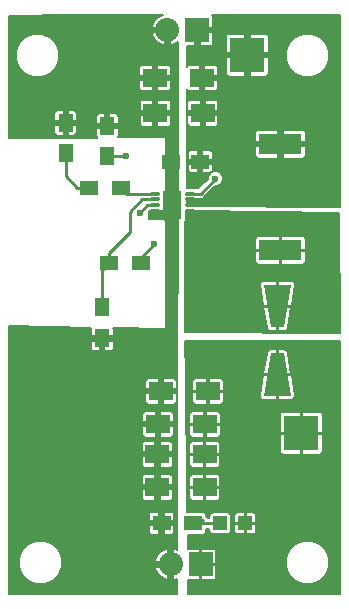
<source format=gtl>
G04 #@! TF.FileFunction,Copper,L1,Top,Signal*
%FSLAX46Y46*%
G04 Gerber Fmt 4.6, Leading zero omitted, Abs format (unit mm)*
G04 Created by KiCad (PCBNEW 0.201509151501+6198~30~ubuntu14.04.1-product) date Sun 08 Nov 2015 02:29:05 PM EST*
%MOMM*%
G01*
G04 APERTURE LIST*
%ADD10C,0.100000*%
%ADD11C,1.524000*%
%ADD12R,2.000000X1.600000*%
%ADD13R,1.500000X1.250000*%
%ADD14R,1.250000X1.500000*%
%ADD15R,3.600000X1.800000*%
%ADD16R,2.032000X2.032000*%
%ADD17O,2.032000X2.032000*%
%ADD18R,1.500000X1.300000*%
%ADD19R,1.300000X1.500000*%
%ADD20R,2.999740X2.999740*%
%ADD21C,0.400000*%
%ADD22O,0.850000X0.280000*%
%ADD23R,1.650000X2.400000*%
%ADD24R,0.280000X0.700000*%
%ADD25R,1.198880X1.198880*%
%ADD26C,0.600000*%
%ADD27C,0.250000*%
%ADD28C,0.152400*%
G04 APERTURE END LIST*
D10*
D11*
X106934000Y-93980000D03*
X106934000Y-96520000D03*
X106934000Y-99060000D03*
X106934000Y-88900000D03*
X106934000Y-91440000D03*
X106934000Y-86360000D03*
X114808000Y-104140000D03*
X112268000Y-104140000D03*
X114808000Y-101600000D03*
X112268000Y-101600000D03*
X114808000Y-99060000D03*
X112268000Y-99060000D03*
X109728000Y-99060000D03*
X114808000Y-96520000D03*
X112268000Y-96520000D03*
X109728000Y-96520000D03*
X114808000Y-93980000D03*
X112268000Y-93980000D03*
X109728000Y-93980000D03*
X114808000Y-91440000D03*
X112268000Y-91440000D03*
X109728000Y-91440000D03*
X114808000Y-88900000D03*
X112268000Y-88900000D03*
X109728000Y-88900000D03*
X114808000Y-86360000D03*
X112268000Y-86360000D03*
X109728000Y-86360000D03*
X113792000Y-61468000D03*
X111760000Y-61468000D03*
X113792000Y-59436000D03*
X111760000Y-59436000D03*
X113792000Y-57404000D03*
X111760000Y-57404000D03*
D12*
X121893080Y-61605160D03*
X117893080Y-61605160D03*
X121937280Y-64582040D03*
X117937280Y-64582040D03*
D13*
X121747600Y-68686680D03*
X119247600Y-68686680D03*
D14*
X113863120Y-68184400D03*
X113863120Y-65684400D03*
X110342680Y-67915160D03*
X110342680Y-65415160D03*
D12*
X122396000Y-88138000D03*
X118396000Y-88138000D03*
X122142000Y-90932000D03*
X118142000Y-90932000D03*
X122110000Y-93472000D03*
X118110000Y-93472000D03*
X122110000Y-96266000D03*
X118110000Y-96266000D03*
D10*
G36*
X129419350Y-88521540D02*
X127120650Y-88521540D01*
X127720090Y-84919820D01*
X128819910Y-84919820D01*
X129419350Y-88521540D01*
X129419350Y-88521540D01*
G37*
G36*
X127120650Y-79118460D02*
X129419350Y-79118460D01*
X128819910Y-82720180D01*
X127720090Y-82720180D01*
X127120650Y-79118460D01*
X127120650Y-79118460D01*
G37*
D15*
X128524000Y-67200000D03*
X128524000Y-76200000D03*
D16*
X121498360Y-57561480D03*
D17*
X118958360Y-57561480D03*
D16*
X121762520Y-102788720D03*
D17*
X119222520Y-102788720D03*
D18*
X115023880Y-70891400D03*
X112323880Y-70891400D03*
X116737120Y-77282040D03*
X114037120Y-77282040D03*
D19*
X113441480Y-80956160D03*
X113441480Y-83656160D03*
D20*
X125730000Y-59690000D03*
X130302000Y-91694000D03*
D21*
X119880000Y-71640000D03*
X118880000Y-73140000D03*
X119880000Y-73140000D03*
X119380000Y-72390000D03*
X118880000Y-71640000D03*
D22*
X117905000Y-71390000D03*
X117905000Y-71890000D03*
X117905000Y-72390000D03*
X117905000Y-72890000D03*
X117905000Y-73390000D03*
X120855000Y-73390000D03*
X120855000Y-72890000D03*
X120855000Y-72390000D03*
X120855000Y-71890000D03*
X120855000Y-71390000D03*
D23*
X119380000Y-72390000D03*
D24*
X119630000Y-70840000D03*
X119130000Y-70840000D03*
X119630000Y-73940000D03*
X119130000Y-73940000D03*
D25*
X125542040Y-99314000D03*
X123444000Y-99314000D03*
D18*
X121158000Y-99314000D03*
X118458000Y-99314000D03*
D26*
X115422680Y-68244720D03*
X123012200Y-70134480D03*
X122224800Y-71963280D03*
X116621560Y-73009760D03*
X122428000Y-86360000D03*
X117856000Y-75692000D03*
D27*
X115422680Y-68244720D02*
X113923440Y-68244720D01*
X113923440Y-68244720D02*
X113863120Y-68184400D01*
X120855000Y-71390000D02*
X121756680Y-71390000D01*
X121756680Y-71390000D02*
X123012200Y-70134480D01*
X110342680Y-69184520D02*
X110342680Y-68719306D01*
X110342680Y-68719306D02*
X110342680Y-67915160D01*
X112323880Y-70891400D02*
X111323880Y-70891400D01*
X111323880Y-70891400D02*
X110342680Y-69910200D01*
X110342680Y-69910200D02*
X110342680Y-68719306D01*
X117905000Y-71390000D02*
X115522480Y-71390000D01*
X115522480Y-71390000D02*
X115023880Y-70891400D01*
X117905000Y-71390000D02*
X117620000Y-71390000D01*
X117620000Y-71390000D02*
X117619240Y-71389240D01*
X114037120Y-77282040D02*
X114037120Y-76382040D01*
X114037120Y-76382040D02*
X115798600Y-74620560D01*
X115798600Y-74620560D02*
X115798600Y-72918320D01*
X115798600Y-72918320D02*
X116826920Y-71890000D01*
X116826920Y-71890000D02*
X117905000Y-71890000D01*
X113441480Y-80956160D02*
X113441480Y-77877680D01*
X113441480Y-77877680D02*
X114037120Y-77282040D01*
X122224800Y-71963280D02*
X120928280Y-71963280D01*
X120928280Y-71963280D02*
X120855000Y-71890000D01*
X117905000Y-72390000D02*
X117241320Y-72390000D01*
X117241320Y-72390000D02*
X116621560Y-73009760D01*
X116737120Y-77282040D02*
X116737120Y-76810880D01*
X116737120Y-76810880D02*
X117856000Y-75692000D01*
X121158000Y-99314000D02*
X123444000Y-99314000D01*
X122000000Y-99060000D02*
X121746000Y-99314000D01*
D28*
G36*
X118317850Y-56377402D02*
X117913479Y-56712647D01*
X117668181Y-57177119D01*
X117706488Y-57383680D01*
X118780560Y-57383680D01*
X118780560Y-57363680D01*
X119136160Y-57363680D01*
X119136160Y-57383680D01*
X119156160Y-57383680D01*
X119156160Y-57739280D01*
X119136160Y-57739280D01*
X119136160Y-58812559D01*
X119342718Y-58851644D01*
X119598870Y-58745558D01*
X119809463Y-58570965D01*
X119760605Y-101562222D01*
X119606878Y-101498556D01*
X119400320Y-101537641D01*
X119400320Y-102610920D01*
X119420320Y-102610920D01*
X119420320Y-102966520D01*
X119400320Y-102966520D01*
X119400320Y-104039799D01*
X119606878Y-104078884D01*
X119757816Y-104016373D01*
X119756404Y-105258800D01*
X105561200Y-105258800D01*
X105561200Y-102978452D01*
X106373483Y-102978452D01*
X106651527Y-103651371D01*
X107165921Y-104166664D01*
X107838354Y-104445882D01*
X108566452Y-104446517D01*
X109239371Y-104168473D01*
X109754664Y-103654079D01*
X109954391Y-103173081D01*
X117932341Y-103173081D01*
X118177639Y-103637553D01*
X118582010Y-103972798D01*
X118838162Y-104078884D01*
X119044720Y-104039799D01*
X119044720Y-102966520D01*
X117970648Y-102966520D01*
X117932341Y-103173081D01*
X109954391Y-103173081D01*
X110033882Y-102981646D01*
X110034385Y-102404359D01*
X117932341Y-102404359D01*
X117970648Y-102610920D01*
X119044720Y-102610920D01*
X119044720Y-101537641D01*
X118838162Y-101498556D01*
X118582010Y-101604642D01*
X118177639Y-101939887D01*
X117932341Y-102404359D01*
X110034385Y-102404359D01*
X110034517Y-102253548D01*
X109756473Y-101580629D01*
X109242079Y-101065336D01*
X108569646Y-100786118D01*
X107841548Y-100785483D01*
X107168629Y-101063527D01*
X106653336Y-101577921D01*
X106374118Y-102250354D01*
X106373483Y-102978452D01*
X105561200Y-102978452D01*
X105561200Y-99574350D01*
X117377800Y-99574350D01*
X117377800Y-100029681D01*
X117428070Y-100151043D01*
X117520957Y-100243930D01*
X117642319Y-100294200D01*
X118197650Y-100294200D01*
X118280200Y-100211650D01*
X118280200Y-99491800D01*
X118635800Y-99491800D01*
X118635800Y-100211650D01*
X118718350Y-100294200D01*
X119273681Y-100294200D01*
X119395043Y-100243930D01*
X119487930Y-100151043D01*
X119538200Y-100029681D01*
X119538200Y-99574350D01*
X119455650Y-99491800D01*
X118635800Y-99491800D01*
X118280200Y-99491800D01*
X117460350Y-99491800D01*
X117377800Y-99574350D01*
X105561200Y-99574350D01*
X105561200Y-98598319D01*
X117377800Y-98598319D01*
X117377800Y-99053650D01*
X117460350Y-99136200D01*
X118280200Y-99136200D01*
X118280200Y-98416350D01*
X118635800Y-98416350D01*
X118635800Y-99136200D01*
X119455650Y-99136200D01*
X119538200Y-99053650D01*
X119538200Y-98598319D01*
X119487930Y-98476957D01*
X119395043Y-98384070D01*
X119273681Y-98333800D01*
X118718350Y-98333800D01*
X118635800Y-98416350D01*
X118280200Y-98416350D01*
X118197650Y-98333800D01*
X117642319Y-98333800D01*
X117520957Y-98384070D01*
X117428070Y-98476957D01*
X117377800Y-98598319D01*
X105561200Y-98598319D01*
X105561200Y-96526350D01*
X116779800Y-96526350D01*
X116779800Y-97131681D01*
X116830070Y-97253043D01*
X116922957Y-97345930D01*
X117044319Y-97396200D01*
X117849650Y-97396200D01*
X117932200Y-97313650D01*
X117932200Y-96443800D01*
X118287800Y-96443800D01*
X118287800Y-97313650D01*
X118370350Y-97396200D01*
X119175681Y-97396200D01*
X119297043Y-97345930D01*
X119389930Y-97253043D01*
X119440200Y-97131681D01*
X119440200Y-96526350D01*
X119357650Y-96443800D01*
X118287800Y-96443800D01*
X117932200Y-96443800D01*
X116862350Y-96443800D01*
X116779800Y-96526350D01*
X105561200Y-96526350D01*
X105561200Y-95400319D01*
X116779800Y-95400319D01*
X116779800Y-96005650D01*
X116862350Y-96088200D01*
X117932200Y-96088200D01*
X117932200Y-95218350D01*
X118287800Y-95218350D01*
X118287800Y-96088200D01*
X119357650Y-96088200D01*
X119440200Y-96005650D01*
X119440200Y-95400319D01*
X119389930Y-95278957D01*
X119297043Y-95186070D01*
X119175681Y-95135800D01*
X118370350Y-95135800D01*
X118287800Y-95218350D01*
X117932200Y-95218350D01*
X117849650Y-95135800D01*
X117044319Y-95135800D01*
X116922957Y-95186070D01*
X116830070Y-95278957D01*
X116779800Y-95400319D01*
X105561200Y-95400319D01*
X105561200Y-93732350D01*
X116779800Y-93732350D01*
X116779800Y-94337681D01*
X116830070Y-94459043D01*
X116922957Y-94551930D01*
X117044319Y-94602200D01*
X117849650Y-94602200D01*
X117932200Y-94519650D01*
X117932200Y-93649800D01*
X118287800Y-93649800D01*
X118287800Y-94519650D01*
X118370350Y-94602200D01*
X119175681Y-94602200D01*
X119297043Y-94551930D01*
X119389930Y-94459043D01*
X119440200Y-94337681D01*
X119440200Y-93732350D01*
X119357650Y-93649800D01*
X118287800Y-93649800D01*
X117932200Y-93649800D01*
X116862350Y-93649800D01*
X116779800Y-93732350D01*
X105561200Y-93732350D01*
X105561200Y-92606319D01*
X116779800Y-92606319D01*
X116779800Y-93211650D01*
X116862350Y-93294200D01*
X117932200Y-93294200D01*
X117932200Y-92424350D01*
X118287800Y-92424350D01*
X118287800Y-93294200D01*
X119357650Y-93294200D01*
X119440200Y-93211650D01*
X119440200Y-92606319D01*
X119389930Y-92484957D01*
X119297043Y-92392070D01*
X119175681Y-92341800D01*
X118370350Y-92341800D01*
X118287800Y-92424350D01*
X117932200Y-92424350D01*
X117849650Y-92341800D01*
X117044319Y-92341800D01*
X116922957Y-92392070D01*
X116830070Y-92484957D01*
X116779800Y-92606319D01*
X105561200Y-92606319D01*
X105561200Y-91192350D01*
X116811800Y-91192350D01*
X116811800Y-91797681D01*
X116862070Y-91919043D01*
X116954957Y-92011930D01*
X117076319Y-92062200D01*
X117881650Y-92062200D01*
X117964200Y-91979650D01*
X117964200Y-91109800D01*
X118319800Y-91109800D01*
X118319800Y-91979650D01*
X118402350Y-92062200D01*
X119207681Y-92062200D01*
X119329043Y-92011930D01*
X119421930Y-91919043D01*
X119472200Y-91797681D01*
X119472200Y-91192350D01*
X119389650Y-91109800D01*
X118319800Y-91109800D01*
X117964200Y-91109800D01*
X116894350Y-91109800D01*
X116811800Y-91192350D01*
X105561200Y-91192350D01*
X105561200Y-90066319D01*
X116811800Y-90066319D01*
X116811800Y-90671650D01*
X116894350Y-90754200D01*
X117964200Y-90754200D01*
X117964200Y-89884350D01*
X118319800Y-89884350D01*
X118319800Y-90754200D01*
X119389650Y-90754200D01*
X119472200Y-90671650D01*
X119472200Y-90066319D01*
X119421930Y-89944957D01*
X119329043Y-89852070D01*
X119207681Y-89801800D01*
X118402350Y-89801800D01*
X118319800Y-89884350D01*
X117964200Y-89884350D01*
X117881650Y-89801800D01*
X117076319Y-89801800D01*
X116954957Y-89852070D01*
X116862070Y-89944957D01*
X116811800Y-90066319D01*
X105561200Y-90066319D01*
X105561200Y-88398350D01*
X117065800Y-88398350D01*
X117065800Y-89003681D01*
X117116070Y-89125043D01*
X117208957Y-89217930D01*
X117330319Y-89268200D01*
X118135650Y-89268200D01*
X118218200Y-89185650D01*
X118218200Y-88315800D01*
X118573800Y-88315800D01*
X118573800Y-89185650D01*
X118656350Y-89268200D01*
X119461681Y-89268200D01*
X119583043Y-89217930D01*
X119675930Y-89125043D01*
X119726200Y-89003681D01*
X119726200Y-88398350D01*
X119643650Y-88315800D01*
X118573800Y-88315800D01*
X118218200Y-88315800D01*
X117148350Y-88315800D01*
X117065800Y-88398350D01*
X105561200Y-88398350D01*
X105561200Y-87272319D01*
X117065800Y-87272319D01*
X117065800Y-87877650D01*
X117148350Y-87960200D01*
X118218200Y-87960200D01*
X118218200Y-87090350D01*
X118573800Y-87090350D01*
X118573800Y-87960200D01*
X119643650Y-87960200D01*
X119726200Y-87877650D01*
X119726200Y-87272319D01*
X119675930Y-87150957D01*
X119583043Y-87058070D01*
X119461681Y-87007800D01*
X118656350Y-87007800D01*
X118573800Y-87090350D01*
X118218200Y-87090350D01*
X118135650Y-87007800D01*
X117330319Y-87007800D01*
X117208957Y-87058070D01*
X117116070Y-87150957D01*
X117065800Y-87272319D01*
X105561200Y-87272319D01*
X105561200Y-83916510D01*
X112461280Y-83916510D01*
X112461280Y-84471841D01*
X112511550Y-84593203D01*
X112604437Y-84686090D01*
X112725799Y-84736360D01*
X113181130Y-84736360D01*
X113263680Y-84653810D01*
X113263680Y-83833960D01*
X113619280Y-83833960D01*
X113619280Y-84653810D01*
X113701830Y-84736360D01*
X114157161Y-84736360D01*
X114278523Y-84686090D01*
X114371410Y-84593203D01*
X114421680Y-84471841D01*
X114421680Y-83916510D01*
X114339130Y-83833960D01*
X113619280Y-83833960D01*
X113263680Y-83833960D01*
X112543830Y-83833960D01*
X112461280Y-83916510D01*
X105561200Y-83916510D01*
X105561200Y-82632269D01*
X112504502Y-82736133D01*
X112461280Y-82840479D01*
X112461280Y-83395810D01*
X112543830Y-83478360D01*
X113263680Y-83478360D01*
X113263680Y-83458360D01*
X113619280Y-83458360D01*
X113619280Y-83478360D01*
X114339130Y-83478360D01*
X114421680Y-83395810D01*
X114421680Y-82840479D01*
X114390142Y-82764340D01*
X118738780Y-82829391D01*
X118768513Y-82823832D01*
X118793740Y-82807143D01*
X118810487Y-82781954D01*
X118816120Y-82753243D01*
X118821200Y-73660043D01*
X118815213Y-73630393D01*
X118798163Y-73605409D01*
X118772735Y-73589027D01*
X118745000Y-73583800D01*
X117424200Y-73583800D01*
X117424200Y-72850870D01*
X117427870Y-72847200D01*
X117539850Y-72847200D01*
X117605205Y-72860200D01*
X118204795Y-72860200D01*
X118270150Y-72847200D01*
X118745000Y-72847200D01*
X118774646Y-72841197D01*
X118799621Y-72824132D01*
X118815989Y-72798695D01*
X118821200Y-72771000D01*
X118821200Y-66675000D01*
X118815197Y-66645354D01*
X118798132Y-66620379D01*
X118772695Y-66604011D01*
X118744288Y-66598803D01*
X114753392Y-66636101D01*
X114768050Y-66621443D01*
X114818320Y-66500081D01*
X114818320Y-65944750D01*
X114735770Y-65862200D01*
X114040920Y-65862200D01*
X114040920Y-65882200D01*
X113685320Y-65882200D01*
X113685320Y-65862200D01*
X112990470Y-65862200D01*
X112907920Y-65944750D01*
X112907920Y-66500081D01*
X112958190Y-66621443D01*
X112989335Y-66652588D01*
X105561200Y-66722009D01*
X105561200Y-65675510D01*
X109387480Y-65675510D01*
X109387480Y-66230841D01*
X109437750Y-66352203D01*
X109530637Y-66445090D01*
X109651999Y-66495360D01*
X110082330Y-66495360D01*
X110164880Y-66412810D01*
X110164880Y-65592960D01*
X110520480Y-65592960D01*
X110520480Y-66412810D01*
X110603030Y-66495360D01*
X111033361Y-66495360D01*
X111154723Y-66445090D01*
X111247610Y-66352203D01*
X111297880Y-66230841D01*
X111297880Y-65675510D01*
X111215330Y-65592960D01*
X110520480Y-65592960D01*
X110164880Y-65592960D01*
X109470030Y-65592960D01*
X109387480Y-65675510D01*
X105561200Y-65675510D01*
X105561200Y-64599479D01*
X109387480Y-64599479D01*
X109387480Y-65154810D01*
X109470030Y-65237360D01*
X110164880Y-65237360D01*
X110164880Y-64417510D01*
X110520480Y-64417510D01*
X110520480Y-65237360D01*
X111215330Y-65237360D01*
X111297880Y-65154810D01*
X111297880Y-64868719D01*
X112907920Y-64868719D01*
X112907920Y-65424050D01*
X112990470Y-65506600D01*
X113685320Y-65506600D01*
X113685320Y-64686750D01*
X114040920Y-64686750D01*
X114040920Y-65506600D01*
X114735770Y-65506600D01*
X114818320Y-65424050D01*
X114818320Y-64868719D01*
X114807415Y-64842390D01*
X116607080Y-64842390D01*
X116607080Y-65447721D01*
X116657350Y-65569083D01*
X116750237Y-65661970D01*
X116871599Y-65712240D01*
X117676930Y-65712240D01*
X117759480Y-65629690D01*
X117759480Y-64759840D01*
X118115080Y-64759840D01*
X118115080Y-65629690D01*
X118197630Y-65712240D01*
X119002961Y-65712240D01*
X119124323Y-65661970D01*
X119217210Y-65569083D01*
X119267480Y-65447721D01*
X119267480Y-64842390D01*
X119184930Y-64759840D01*
X118115080Y-64759840D01*
X117759480Y-64759840D01*
X116689630Y-64759840D01*
X116607080Y-64842390D01*
X114807415Y-64842390D01*
X114768050Y-64747357D01*
X114675163Y-64654470D01*
X114553801Y-64604200D01*
X114123470Y-64604200D01*
X114040920Y-64686750D01*
X113685320Y-64686750D01*
X113602770Y-64604200D01*
X113172439Y-64604200D01*
X113051077Y-64654470D01*
X112958190Y-64747357D01*
X112907920Y-64868719D01*
X111297880Y-64868719D01*
X111297880Y-64599479D01*
X111247610Y-64478117D01*
X111154723Y-64385230D01*
X111033361Y-64334960D01*
X110603030Y-64334960D01*
X110520480Y-64417510D01*
X110164880Y-64417510D01*
X110082330Y-64334960D01*
X109651999Y-64334960D01*
X109530637Y-64385230D01*
X109437750Y-64478117D01*
X109387480Y-64599479D01*
X105561200Y-64599479D01*
X105561200Y-63716359D01*
X116607080Y-63716359D01*
X116607080Y-64321690D01*
X116689630Y-64404240D01*
X117759480Y-64404240D01*
X117759480Y-63534390D01*
X118115080Y-63534390D01*
X118115080Y-64404240D01*
X119184930Y-64404240D01*
X119267480Y-64321690D01*
X119267480Y-63716359D01*
X119217210Y-63594997D01*
X119124323Y-63502110D01*
X119002961Y-63451840D01*
X118197630Y-63451840D01*
X118115080Y-63534390D01*
X117759480Y-63534390D01*
X117676930Y-63451840D01*
X116871599Y-63451840D01*
X116750237Y-63502110D01*
X116657350Y-63594997D01*
X116607080Y-63716359D01*
X105561200Y-63716359D01*
X105561200Y-61865510D01*
X116562880Y-61865510D01*
X116562880Y-62470841D01*
X116613150Y-62592203D01*
X116706037Y-62685090D01*
X116827399Y-62735360D01*
X117632730Y-62735360D01*
X117715280Y-62652810D01*
X117715280Y-61782960D01*
X118070880Y-61782960D01*
X118070880Y-62652810D01*
X118153430Y-62735360D01*
X118958761Y-62735360D01*
X119080123Y-62685090D01*
X119173010Y-62592203D01*
X119223280Y-62470841D01*
X119223280Y-61865510D01*
X119140730Y-61782960D01*
X118070880Y-61782960D01*
X117715280Y-61782960D01*
X116645430Y-61782960D01*
X116562880Y-61865510D01*
X105561200Y-61865510D01*
X105561200Y-60052452D01*
X106119483Y-60052452D01*
X106397527Y-60725371D01*
X106911921Y-61240664D01*
X107584354Y-61519882D01*
X108312452Y-61520517D01*
X108985371Y-61242473D01*
X109489244Y-60739479D01*
X116562880Y-60739479D01*
X116562880Y-61344810D01*
X116645430Y-61427360D01*
X117715280Y-61427360D01*
X117715280Y-60557510D01*
X118070880Y-60557510D01*
X118070880Y-61427360D01*
X119140730Y-61427360D01*
X119223280Y-61344810D01*
X119223280Y-60739479D01*
X119173010Y-60618117D01*
X119080123Y-60525230D01*
X118958761Y-60474960D01*
X118153430Y-60474960D01*
X118070880Y-60557510D01*
X117715280Y-60557510D01*
X117632730Y-60474960D01*
X116827399Y-60474960D01*
X116706037Y-60525230D01*
X116613150Y-60618117D01*
X116562880Y-60739479D01*
X109489244Y-60739479D01*
X109500664Y-60728079D01*
X109779882Y-60055646D01*
X109780517Y-59327548D01*
X109502473Y-58654629D01*
X108988079Y-58139336D01*
X108522091Y-57945841D01*
X117668181Y-57945841D01*
X117913479Y-58410313D01*
X118317850Y-58745558D01*
X118574002Y-58851644D01*
X118780560Y-58812559D01*
X118780560Y-57739280D01*
X117706488Y-57739280D01*
X117668181Y-57945841D01*
X108522091Y-57945841D01*
X108315646Y-57860118D01*
X107587548Y-57859483D01*
X106914629Y-58137527D01*
X106399336Y-58651921D01*
X106120118Y-59324354D01*
X106119483Y-60052452D01*
X105561200Y-60052452D01*
X105561200Y-56333617D01*
X111032368Y-56285200D01*
X118540478Y-56285200D01*
X118317850Y-56377402D01*
X118317850Y-56377402D01*
G37*
X118317850Y-56377402D02*
X117913479Y-56712647D01*
X117668181Y-57177119D01*
X117706488Y-57383680D01*
X118780560Y-57383680D01*
X118780560Y-57363680D01*
X119136160Y-57363680D01*
X119136160Y-57383680D01*
X119156160Y-57383680D01*
X119156160Y-57739280D01*
X119136160Y-57739280D01*
X119136160Y-58812559D01*
X119342718Y-58851644D01*
X119598870Y-58745558D01*
X119809463Y-58570965D01*
X119760605Y-101562222D01*
X119606878Y-101498556D01*
X119400320Y-101537641D01*
X119400320Y-102610920D01*
X119420320Y-102610920D01*
X119420320Y-102966520D01*
X119400320Y-102966520D01*
X119400320Y-104039799D01*
X119606878Y-104078884D01*
X119757816Y-104016373D01*
X119756404Y-105258800D01*
X105561200Y-105258800D01*
X105561200Y-102978452D01*
X106373483Y-102978452D01*
X106651527Y-103651371D01*
X107165921Y-104166664D01*
X107838354Y-104445882D01*
X108566452Y-104446517D01*
X109239371Y-104168473D01*
X109754664Y-103654079D01*
X109954391Y-103173081D01*
X117932341Y-103173081D01*
X118177639Y-103637553D01*
X118582010Y-103972798D01*
X118838162Y-104078884D01*
X119044720Y-104039799D01*
X119044720Y-102966520D01*
X117970648Y-102966520D01*
X117932341Y-103173081D01*
X109954391Y-103173081D01*
X110033882Y-102981646D01*
X110034385Y-102404359D01*
X117932341Y-102404359D01*
X117970648Y-102610920D01*
X119044720Y-102610920D01*
X119044720Y-101537641D01*
X118838162Y-101498556D01*
X118582010Y-101604642D01*
X118177639Y-101939887D01*
X117932341Y-102404359D01*
X110034385Y-102404359D01*
X110034517Y-102253548D01*
X109756473Y-101580629D01*
X109242079Y-101065336D01*
X108569646Y-100786118D01*
X107841548Y-100785483D01*
X107168629Y-101063527D01*
X106653336Y-101577921D01*
X106374118Y-102250354D01*
X106373483Y-102978452D01*
X105561200Y-102978452D01*
X105561200Y-99574350D01*
X117377800Y-99574350D01*
X117377800Y-100029681D01*
X117428070Y-100151043D01*
X117520957Y-100243930D01*
X117642319Y-100294200D01*
X118197650Y-100294200D01*
X118280200Y-100211650D01*
X118280200Y-99491800D01*
X118635800Y-99491800D01*
X118635800Y-100211650D01*
X118718350Y-100294200D01*
X119273681Y-100294200D01*
X119395043Y-100243930D01*
X119487930Y-100151043D01*
X119538200Y-100029681D01*
X119538200Y-99574350D01*
X119455650Y-99491800D01*
X118635800Y-99491800D01*
X118280200Y-99491800D01*
X117460350Y-99491800D01*
X117377800Y-99574350D01*
X105561200Y-99574350D01*
X105561200Y-98598319D01*
X117377800Y-98598319D01*
X117377800Y-99053650D01*
X117460350Y-99136200D01*
X118280200Y-99136200D01*
X118280200Y-98416350D01*
X118635800Y-98416350D01*
X118635800Y-99136200D01*
X119455650Y-99136200D01*
X119538200Y-99053650D01*
X119538200Y-98598319D01*
X119487930Y-98476957D01*
X119395043Y-98384070D01*
X119273681Y-98333800D01*
X118718350Y-98333800D01*
X118635800Y-98416350D01*
X118280200Y-98416350D01*
X118197650Y-98333800D01*
X117642319Y-98333800D01*
X117520957Y-98384070D01*
X117428070Y-98476957D01*
X117377800Y-98598319D01*
X105561200Y-98598319D01*
X105561200Y-96526350D01*
X116779800Y-96526350D01*
X116779800Y-97131681D01*
X116830070Y-97253043D01*
X116922957Y-97345930D01*
X117044319Y-97396200D01*
X117849650Y-97396200D01*
X117932200Y-97313650D01*
X117932200Y-96443800D01*
X118287800Y-96443800D01*
X118287800Y-97313650D01*
X118370350Y-97396200D01*
X119175681Y-97396200D01*
X119297043Y-97345930D01*
X119389930Y-97253043D01*
X119440200Y-97131681D01*
X119440200Y-96526350D01*
X119357650Y-96443800D01*
X118287800Y-96443800D01*
X117932200Y-96443800D01*
X116862350Y-96443800D01*
X116779800Y-96526350D01*
X105561200Y-96526350D01*
X105561200Y-95400319D01*
X116779800Y-95400319D01*
X116779800Y-96005650D01*
X116862350Y-96088200D01*
X117932200Y-96088200D01*
X117932200Y-95218350D01*
X118287800Y-95218350D01*
X118287800Y-96088200D01*
X119357650Y-96088200D01*
X119440200Y-96005650D01*
X119440200Y-95400319D01*
X119389930Y-95278957D01*
X119297043Y-95186070D01*
X119175681Y-95135800D01*
X118370350Y-95135800D01*
X118287800Y-95218350D01*
X117932200Y-95218350D01*
X117849650Y-95135800D01*
X117044319Y-95135800D01*
X116922957Y-95186070D01*
X116830070Y-95278957D01*
X116779800Y-95400319D01*
X105561200Y-95400319D01*
X105561200Y-93732350D01*
X116779800Y-93732350D01*
X116779800Y-94337681D01*
X116830070Y-94459043D01*
X116922957Y-94551930D01*
X117044319Y-94602200D01*
X117849650Y-94602200D01*
X117932200Y-94519650D01*
X117932200Y-93649800D01*
X118287800Y-93649800D01*
X118287800Y-94519650D01*
X118370350Y-94602200D01*
X119175681Y-94602200D01*
X119297043Y-94551930D01*
X119389930Y-94459043D01*
X119440200Y-94337681D01*
X119440200Y-93732350D01*
X119357650Y-93649800D01*
X118287800Y-93649800D01*
X117932200Y-93649800D01*
X116862350Y-93649800D01*
X116779800Y-93732350D01*
X105561200Y-93732350D01*
X105561200Y-92606319D01*
X116779800Y-92606319D01*
X116779800Y-93211650D01*
X116862350Y-93294200D01*
X117932200Y-93294200D01*
X117932200Y-92424350D01*
X118287800Y-92424350D01*
X118287800Y-93294200D01*
X119357650Y-93294200D01*
X119440200Y-93211650D01*
X119440200Y-92606319D01*
X119389930Y-92484957D01*
X119297043Y-92392070D01*
X119175681Y-92341800D01*
X118370350Y-92341800D01*
X118287800Y-92424350D01*
X117932200Y-92424350D01*
X117849650Y-92341800D01*
X117044319Y-92341800D01*
X116922957Y-92392070D01*
X116830070Y-92484957D01*
X116779800Y-92606319D01*
X105561200Y-92606319D01*
X105561200Y-91192350D01*
X116811800Y-91192350D01*
X116811800Y-91797681D01*
X116862070Y-91919043D01*
X116954957Y-92011930D01*
X117076319Y-92062200D01*
X117881650Y-92062200D01*
X117964200Y-91979650D01*
X117964200Y-91109800D01*
X118319800Y-91109800D01*
X118319800Y-91979650D01*
X118402350Y-92062200D01*
X119207681Y-92062200D01*
X119329043Y-92011930D01*
X119421930Y-91919043D01*
X119472200Y-91797681D01*
X119472200Y-91192350D01*
X119389650Y-91109800D01*
X118319800Y-91109800D01*
X117964200Y-91109800D01*
X116894350Y-91109800D01*
X116811800Y-91192350D01*
X105561200Y-91192350D01*
X105561200Y-90066319D01*
X116811800Y-90066319D01*
X116811800Y-90671650D01*
X116894350Y-90754200D01*
X117964200Y-90754200D01*
X117964200Y-89884350D01*
X118319800Y-89884350D01*
X118319800Y-90754200D01*
X119389650Y-90754200D01*
X119472200Y-90671650D01*
X119472200Y-90066319D01*
X119421930Y-89944957D01*
X119329043Y-89852070D01*
X119207681Y-89801800D01*
X118402350Y-89801800D01*
X118319800Y-89884350D01*
X117964200Y-89884350D01*
X117881650Y-89801800D01*
X117076319Y-89801800D01*
X116954957Y-89852070D01*
X116862070Y-89944957D01*
X116811800Y-90066319D01*
X105561200Y-90066319D01*
X105561200Y-88398350D01*
X117065800Y-88398350D01*
X117065800Y-89003681D01*
X117116070Y-89125043D01*
X117208957Y-89217930D01*
X117330319Y-89268200D01*
X118135650Y-89268200D01*
X118218200Y-89185650D01*
X118218200Y-88315800D01*
X118573800Y-88315800D01*
X118573800Y-89185650D01*
X118656350Y-89268200D01*
X119461681Y-89268200D01*
X119583043Y-89217930D01*
X119675930Y-89125043D01*
X119726200Y-89003681D01*
X119726200Y-88398350D01*
X119643650Y-88315800D01*
X118573800Y-88315800D01*
X118218200Y-88315800D01*
X117148350Y-88315800D01*
X117065800Y-88398350D01*
X105561200Y-88398350D01*
X105561200Y-87272319D01*
X117065800Y-87272319D01*
X117065800Y-87877650D01*
X117148350Y-87960200D01*
X118218200Y-87960200D01*
X118218200Y-87090350D01*
X118573800Y-87090350D01*
X118573800Y-87960200D01*
X119643650Y-87960200D01*
X119726200Y-87877650D01*
X119726200Y-87272319D01*
X119675930Y-87150957D01*
X119583043Y-87058070D01*
X119461681Y-87007800D01*
X118656350Y-87007800D01*
X118573800Y-87090350D01*
X118218200Y-87090350D01*
X118135650Y-87007800D01*
X117330319Y-87007800D01*
X117208957Y-87058070D01*
X117116070Y-87150957D01*
X117065800Y-87272319D01*
X105561200Y-87272319D01*
X105561200Y-83916510D01*
X112461280Y-83916510D01*
X112461280Y-84471841D01*
X112511550Y-84593203D01*
X112604437Y-84686090D01*
X112725799Y-84736360D01*
X113181130Y-84736360D01*
X113263680Y-84653810D01*
X113263680Y-83833960D01*
X113619280Y-83833960D01*
X113619280Y-84653810D01*
X113701830Y-84736360D01*
X114157161Y-84736360D01*
X114278523Y-84686090D01*
X114371410Y-84593203D01*
X114421680Y-84471841D01*
X114421680Y-83916510D01*
X114339130Y-83833960D01*
X113619280Y-83833960D01*
X113263680Y-83833960D01*
X112543830Y-83833960D01*
X112461280Y-83916510D01*
X105561200Y-83916510D01*
X105561200Y-82632269D01*
X112504502Y-82736133D01*
X112461280Y-82840479D01*
X112461280Y-83395810D01*
X112543830Y-83478360D01*
X113263680Y-83478360D01*
X113263680Y-83458360D01*
X113619280Y-83458360D01*
X113619280Y-83478360D01*
X114339130Y-83478360D01*
X114421680Y-83395810D01*
X114421680Y-82840479D01*
X114390142Y-82764340D01*
X118738780Y-82829391D01*
X118768513Y-82823832D01*
X118793740Y-82807143D01*
X118810487Y-82781954D01*
X118816120Y-82753243D01*
X118821200Y-73660043D01*
X118815213Y-73630393D01*
X118798163Y-73605409D01*
X118772735Y-73589027D01*
X118745000Y-73583800D01*
X117424200Y-73583800D01*
X117424200Y-72850870D01*
X117427870Y-72847200D01*
X117539850Y-72847200D01*
X117605205Y-72860200D01*
X118204795Y-72860200D01*
X118270150Y-72847200D01*
X118745000Y-72847200D01*
X118774646Y-72841197D01*
X118799621Y-72824132D01*
X118815989Y-72798695D01*
X118821200Y-72771000D01*
X118821200Y-66675000D01*
X118815197Y-66645354D01*
X118798132Y-66620379D01*
X118772695Y-66604011D01*
X118744288Y-66598803D01*
X114753392Y-66636101D01*
X114768050Y-66621443D01*
X114818320Y-66500081D01*
X114818320Y-65944750D01*
X114735770Y-65862200D01*
X114040920Y-65862200D01*
X114040920Y-65882200D01*
X113685320Y-65882200D01*
X113685320Y-65862200D01*
X112990470Y-65862200D01*
X112907920Y-65944750D01*
X112907920Y-66500081D01*
X112958190Y-66621443D01*
X112989335Y-66652588D01*
X105561200Y-66722009D01*
X105561200Y-65675510D01*
X109387480Y-65675510D01*
X109387480Y-66230841D01*
X109437750Y-66352203D01*
X109530637Y-66445090D01*
X109651999Y-66495360D01*
X110082330Y-66495360D01*
X110164880Y-66412810D01*
X110164880Y-65592960D01*
X110520480Y-65592960D01*
X110520480Y-66412810D01*
X110603030Y-66495360D01*
X111033361Y-66495360D01*
X111154723Y-66445090D01*
X111247610Y-66352203D01*
X111297880Y-66230841D01*
X111297880Y-65675510D01*
X111215330Y-65592960D01*
X110520480Y-65592960D01*
X110164880Y-65592960D01*
X109470030Y-65592960D01*
X109387480Y-65675510D01*
X105561200Y-65675510D01*
X105561200Y-64599479D01*
X109387480Y-64599479D01*
X109387480Y-65154810D01*
X109470030Y-65237360D01*
X110164880Y-65237360D01*
X110164880Y-64417510D01*
X110520480Y-64417510D01*
X110520480Y-65237360D01*
X111215330Y-65237360D01*
X111297880Y-65154810D01*
X111297880Y-64868719D01*
X112907920Y-64868719D01*
X112907920Y-65424050D01*
X112990470Y-65506600D01*
X113685320Y-65506600D01*
X113685320Y-64686750D01*
X114040920Y-64686750D01*
X114040920Y-65506600D01*
X114735770Y-65506600D01*
X114818320Y-65424050D01*
X114818320Y-64868719D01*
X114807415Y-64842390D01*
X116607080Y-64842390D01*
X116607080Y-65447721D01*
X116657350Y-65569083D01*
X116750237Y-65661970D01*
X116871599Y-65712240D01*
X117676930Y-65712240D01*
X117759480Y-65629690D01*
X117759480Y-64759840D01*
X118115080Y-64759840D01*
X118115080Y-65629690D01*
X118197630Y-65712240D01*
X119002961Y-65712240D01*
X119124323Y-65661970D01*
X119217210Y-65569083D01*
X119267480Y-65447721D01*
X119267480Y-64842390D01*
X119184930Y-64759840D01*
X118115080Y-64759840D01*
X117759480Y-64759840D01*
X116689630Y-64759840D01*
X116607080Y-64842390D01*
X114807415Y-64842390D01*
X114768050Y-64747357D01*
X114675163Y-64654470D01*
X114553801Y-64604200D01*
X114123470Y-64604200D01*
X114040920Y-64686750D01*
X113685320Y-64686750D01*
X113602770Y-64604200D01*
X113172439Y-64604200D01*
X113051077Y-64654470D01*
X112958190Y-64747357D01*
X112907920Y-64868719D01*
X111297880Y-64868719D01*
X111297880Y-64599479D01*
X111247610Y-64478117D01*
X111154723Y-64385230D01*
X111033361Y-64334960D01*
X110603030Y-64334960D01*
X110520480Y-64417510D01*
X110164880Y-64417510D01*
X110082330Y-64334960D01*
X109651999Y-64334960D01*
X109530637Y-64385230D01*
X109437750Y-64478117D01*
X109387480Y-64599479D01*
X105561200Y-64599479D01*
X105561200Y-63716359D01*
X116607080Y-63716359D01*
X116607080Y-64321690D01*
X116689630Y-64404240D01*
X117759480Y-64404240D01*
X117759480Y-63534390D01*
X118115080Y-63534390D01*
X118115080Y-64404240D01*
X119184930Y-64404240D01*
X119267480Y-64321690D01*
X119267480Y-63716359D01*
X119217210Y-63594997D01*
X119124323Y-63502110D01*
X119002961Y-63451840D01*
X118197630Y-63451840D01*
X118115080Y-63534390D01*
X117759480Y-63534390D01*
X117676930Y-63451840D01*
X116871599Y-63451840D01*
X116750237Y-63502110D01*
X116657350Y-63594997D01*
X116607080Y-63716359D01*
X105561200Y-63716359D01*
X105561200Y-61865510D01*
X116562880Y-61865510D01*
X116562880Y-62470841D01*
X116613150Y-62592203D01*
X116706037Y-62685090D01*
X116827399Y-62735360D01*
X117632730Y-62735360D01*
X117715280Y-62652810D01*
X117715280Y-61782960D01*
X118070880Y-61782960D01*
X118070880Y-62652810D01*
X118153430Y-62735360D01*
X118958761Y-62735360D01*
X119080123Y-62685090D01*
X119173010Y-62592203D01*
X119223280Y-62470841D01*
X119223280Y-61865510D01*
X119140730Y-61782960D01*
X118070880Y-61782960D01*
X117715280Y-61782960D01*
X116645430Y-61782960D01*
X116562880Y-61865510D01*
X105561200Y-61865510D01*
X105561200Y-60052452D01*
X106119483Y-60052452D01*
X106397527Y-60725371D01*
X106911921Y-61240664D01*
X107584354Y-61519882D01*
X108312452Y-61520517D01*
X108985371Y-61242473D01*
X109489244Y-60739479D01*
X116562880Y-60739479D01*
X116562880Y-61344810D01*
X116645430Y-61427360D01*
X117715280Y-61427360D01*
X117715280Y-60557510D01*
X118070880Y-60557510D01*
X118070880Y-61427360D01*
X119140730Y-61427360D01*
X119223280Y-61344810D01*
X119223280Y-60739479D01*
X119173010Y-60618117D01*
X119080123Y-60525230D01*
X118958761Y-60474960D01*
X118153430Y-60474960D01*
X118070880Y-60557510D01*
X117715280Y-60557510D01*
X117632730Y-60474960D01*
X116827399Y-60474960D01*
X116706037Y-60525230D01*
X116613150Y-60618117D01*
X116562880Y-60739479D01*
X109489244Y-60739479D01*
X109500664Y-60728079D01*
X109779882Y-60055646D01*
X109780517Y-59327548D01*
X109502473Y-58654629D01*
X108988079Y-58139336D01*
X108522091Y-57945841D01*
X117668181Y-57945841D01*
X117913479Y-58410313D01*
X118317850Y-58745558D01*
X118574002Y-58851644D01*
X118780560Y-58812559D01*
X118780560Y-57739280D01*
X117706488Y-57739280D01*
X117668181Y-57945841D01*
X108522091Y-57945841D01*
X108315646Y-57860118D01*
X107587548Y-57859483D01*
X106914629Y-58137527D01*
X106399336Y-58651921D01*
X106120118Y-59324354D01*
X106119483Y-60052452D01*
X105561200Y-60052452D01*
X105561200Y-56333617D01*
X111032368Y-56285200D01*
X118540478Y-56285200D01*
X118317850Y-56377402D01*
G36*
X133497540Y-73003778D02*
X133527573Y-83235062D01*
X120472200Y-83109530D01*
X120472200Y-80970120D01*
X127087525Y-80970120D01*
X127387989Y-82775452D01*
X127406446Y-82842545D01*
X127478763Y-82954929D01*
X127589107Y-83030324D01*
X127720090Y-83056849D01*
X128219200Y-83056849D01*
X128219200Y-80970120D01*
X128320800Y-80970120D01*
X128320800Y-83056849D01*
X128819910Y-83056849D01*
X128889122Y-83049658D01*
X129011855Y-82996772D01*
X129104342Y-82900303D01*
X129152011Y-82775452D01*
X129452475Y-80970120D01*
X128320800Y-80970120D01*
X128219200Y-80970120D01*
X127087525Y-80970120D01*
X120472200Y-80970120D01*
X120472200Y-79173732D01*
X126788549Y-79173732D01*
X127070615Y-80868520D01*
X128219200Y-80868520D01*
X128219200Y-78781791D01*
X128320800Y-78781791D01*
X128320800Y-80868520D01*
X129469385Y-80868520D01*
X129751451Y-79173732D01*
X129732994Y-78996095D01*
X129660677Y-78883711D01*
X129550333Y-78808316D01*
X129419350Y-78781791D01*
X128320800Y-78781791D01*
X128219200Y-78781791D01*
X127120650Y-78781791D01*
X126948453Y-78829160D01*
X126849466Y-78918947D01*
X126793210Y-79040172D01*
X126788549Y-79173732D01*
X120472200Y-79173732D01*
X120472200Y-76333350D01*
X126393800Y-76333350D01*
X126393800Y-77165681D01*
X126444070Y-77287043D01*
X126536957Y-77379930D01*
X126658319Y-77430200D01*
X128390650Y-77430200D01*
X128473200Y-77347650D01*
X128473200Y-76250800D01*
X128574800Y-76250800D01*
X128574800Y-77347650D01*
X128657350Y-77430200D01*
X130389681Y-77430200D01*
X130511043Y-77379930D01*
X130603930Y-77287043D01*
X130654200Y-77165681D01*
X130654200Y-76333350D01*
X130571650Y-76250800D01*
X128574800Y-76250800D01*
X128473200Y-76250800D01*
X126476350Y-76250800D01*
X126393800Y-76333350D01*
X120472200Y-76333350D01*
X120472200Y-75234319D01*
X126393800Y-75234319D01*
X126393800Y-76066650D01*
X126476350Y-76149200D01*
X128473200Y-76149200D01*
X128473200Y-75052350D01*
X128574800Y-75052350D01*
X128574800Y-76149200D01*
X130571650Y-76149200D01*
X130654200Y-76066650D01*
X130654200Y-75234319D01*
X130603930Y-75112957D01*
X130511043Y-75020070D01*
X130389681Y-74969800D01*
X128657350Y-74969800D01*
X128574800Y-75052350D01*
X128473200Y-75052350D01*
X128390650Y-74969800D01*
X126658319Y-74969800D01*
X126536957Y-75020070D01*
X126444070Y-75112957D01*
X126393800Y-75234319D01*
X120472200Y-75234319D01*
X120472200Y-73783833D01*
X120515144Y-73720983D01*
X120541669Y-73590000D01*
X120541669Y-72857508D01*
X120555205Y-72860200D01*
X121154795Y-72860200D01*
X121173412Y-72856497D01*
X133497540Y-73003778D01*
X133497540Y-73003778D01*
G37*
X133497540Y-73003778D02*
X133527573Y-83235062D01*
X120472200Y-83109530D01*
X120472200Y-80970120D01*
X127087525Y-80970120D01*
X127387989Y-82775452D01*
X127406446Y-82842545D01*
X127478763Y-82954929D01*
X127589107Y-83030324D01*
X127720090Y-83056849D01*
X128219200Y-83056849D01*
X128219200Y-80970120D01*
X128320800Y-80970120D01*
X128320800Y-83056849D01*
X128819910Y-83056849D01*
X128889122Y-83049658D01*
X129011855Y-82996772D01*
X129104342Y-82900303D01*
X129152011Y-82775452D01*
X129452475Y-80970120D01*
X128320800Y-80970120D01*
X128219200Y-80970120D01*
X127087525Y-80970120D01*
X120472200Y-80970120D01*
X120472200Y-79173732D01*
X126788549Y-79173732D01*
X127070615Y-80868520D01*
X128219200Y-80868520D01*
X128219200Y-78781791D01*
X128320800Y-78781791D01*
X128320800Y-80868520D01*
X129469385Y-80868520D01*
X129751451Y-79173732D01*
X129732994Y-78996095D01*
X129660677Y-78883711D01*
X129550333Y-78808316D01*
X129419350Y-78781791D01*
X128320800Y-78781791D01*
X128219200Y-78781791D01*
X127120650Y-78781791D01*
X126948453Y-78829160D01*
X126849466Y-78918947D01*
X126793210Y-79040172D01*
X126788549Y-79173732D01*
X120472200Y-79173732D01*
X120472200Y-76333350D01*
X126393800Y-76333350D01*
X126393800Y-77165681D01*
X126444070Y-77287043D01*
X126536957Y-77379930D01*
X126658319Y-77430200D01*
X128390650Y-77430200D01*
X128473200Y-77347650D01*
X128473200Y-76250800D01*
X128574800Y-76250800D01*
X128574800Y-77347650D01*
X128657350Y-77430200D01*
X130389681Y-77430200D01*
X130511043Y-77379930D01*
X130603930Y-77287043D01*
X130654200Y-77165681D01*
X130654200Y-76333350D01*
X130571650Y-76250800D01*
X128574800Y-76250800D01*
X128473200Y-76250800D01*
X126476350Y-76250800D01*
X126393800Y-76333350D01*
X120472200Y-76333350D01*
X120472200Y-75234319D01*
X126393800Y-75234319D01*
X126393800Y-76066650D01*
X126476350Y-76149200D01*
X128473200Y-76149200D01*
X128473200Y-75052350D01*
X128574800Y-75052350D01*
X128574800Y-76149200D01*
X130571650Y-76149200D01*
X130654200Y-76066650D01*
X130654200Y-75234319D01*
X130603930Y-75112957D01*
X130511043Y-75020070D01*
X130389681Y-74969800D01*
X128657350Y-74969800D01*
X128574800Y-75052350D01*
X128473200Y-75052350D01*
X128390650Y-74969800D01*
X126658319Y-74969800D01*
X126536957Y-75020070D01*
X126444070Y-75112957D01*
X126393800Y-75234319D01*
X120472200Y-75234319D01*
X120472200Y-73783833D01*
X120515144Y-73720983D01*
X120541669Y-73590000D01*
X120541669Y-72857508D01*
X120555205Y-72860200D01*
X121154795Y-72860200D01*
X121173412Y-72856497D01*
X133497540Y-73003778D01*
G36*
X133527800Y-105258800D02*
X120716280Y-105258800D01*
X120703485Y-104134920D01*
X121629170Y-104134920D01*
X121711720Y-104052370D01*
X121711720Y-102839520D01*
X121813320Y-102839520D01*
X121813320Y-104052370D01*
X121895870Y-104134920D01*
X122844201Y-104134920D01*
X122965563Y-104084650D01*
X123058450Y-103991763D01*
X123108720Y-103870401D01*
X123108720Y-102978452D01*
X128979483Y-102978452D01*
X129257527Y-103651371D01*
X129771921Y-104166664D01*
X130444354Y-104445882D01*
X131172452Y-104446517D01*
X131845371Y-104168473D01*
X132360664Y-103654079D01*
X132639882Y-102981646D01*
X132640517Y-102253548D01*
X132362473Y-101580629D01*
X131848079Y-101065336D01*
X131175646Y-100786118D01*
X130447548Y-100785483D01*
X129774629Y-101063527D01*
X129259336Y-101577921D01*
X128980118Y-102250354D01*
X128979483Y-102978452D01*
X123108720Y-102978452D01*
X123108720Y-102922070D01*
X123026170Y-102839520D01*
X121813320Y-102839520D01*
X121711720Y-102839520D01*
X121691720Y-102839520D01*
X121691720Y-102737920D01*
X121711720Y-102737920D01*
X121711720Y-101525070D01*
X121813320Y-101525070D01*
X121813320Y-102737920D01*
X123026170Y-102737920D01*
X123108720Y-102655370D01*
X123108720Y-101707039D01*
X123058450Y-101585677D01*
X122965563Y-101492790D01*
X122844201Y-101442520D01*
X121895870Y-101442520D01*
X121813320Y-101525070D01*
X121711720Y-101525070D01*
X121629170Y-101442520D01*
X120680839Y-101442520D01*
X120672871Y-101445821D01*
X120659833Y-100300669D01*
X121908000Y-100300669D01*
X122030365Y-100277644D01*
X122142749Y-100205327D01*
X122218144Y-100094983D01*
X122244669Y-99964000D01*
X122244669Y-99769200D01*
X122507891Y-99769200D01*
X122507891Y-99913440D01*
X122530916Y-100035805D01*
X122603233Y-100148189D01*
X122713577Y-100223584D01*
X122844560Y-100250109D01*
X124043440Y-100250109D01*
X124165805Y-100227084D01*
X124278189Y-100154767D01*
X124353584Y-100044423D01*
X124380109Y-99913440D01*
X124380109Y-99447350D01*
X124612400Y-99447350D01*
X124612400Y-99979121D01*
X124662670Y-100100483D01*
X124755557Y-100193370D01*
X124876919Y-100243640D01*
X125408690Y-100243640D01*
X125491240Y-100161090D01*
X125491240Y-99364800D01*
X125592840Y-99364800D01*
X125592840Y-100161090D01*
X125675390Y-100243640D01*
X126207161Y-100243640D01*
X126328523Y-100193370D01*
X126421410Y-100100483D01*
X126471680Y-99979121D01*
X126471680Y-99447350D01*
X126389130Y-99364800D01*
X125592840Y-99364800D01*
X125491240Y-99364800D01*
X124694950Y-99364800D01*
X124612400Y-99447350D01*
X124380109Y-99447350D01*
X124380109Y-98714560D01*
X124367751Y-98648879D01*
X124612400Y-98648879D01*
X124612400Y-99180650D01*
X124694950Y-99263200D01*
X125491240Y-99263200D01*
X125491240Y-98466910D01*
X125592840Y-98466910D01*
X125592840Y-99263200D01*
X126389130Y-99263200D01*
X126471680Y-99180650D01*
X126471680Y-98648879D01*
X126421410Y-98527517D01*
X126328523Y-98434630D01*
X126207161Y-98384360D01*
X125675390Y-98384360D01*
X125592840Y-98466910D01*
X125491240Y-98466910D01*
X125408690Y-98384360D01*
X124876919Y-98384360D01*
X124755557Y-98434630D01*
X124662670Y-98527517D01*
X124612400Y-98648879D01*
X124367751Y-98648879D01*
X124357084Y-98592195D01*
X124284767Y-98479811D01*
X124174423Y-98404416D01*
X124043440Y-98377891D01*
X122844560Y-98377891D01*
X122722195Y-98400916D01*
X122609811Y-98473233D01*
X122534416Y-98583577D01*
X122507891Y-98714560D01*
X122507891Y-98858800D01*
X122402507Y-98858800D01*
X122321875Y-98738125D01*
X122244669Y-98686538D01*
X122244669Y-98664000D01*
X122221644Y-98541635D01*
X122149327Y-98429251D01*
X122038983Y-98353856D01*
X121908000Y-98327331D01*
X120637367Y-98327331D01*
X120615418Y-96399350D01*
X120779800Y-96399350D01*
X120779800Y-97131681D01*
X120830070Y-97253043D01*
X120922957Y-97345930D01*
X121044319Y-97396200D01*
X121976650Y-97396200D01*
X122059200Y-97313650D01*
X122059200Y-96316800D01*
X122160800Y-96316800D01*
X122160800Y-97313650D01*
X122243350Y-97396200D01*
X123175681Y-97396200D01*
X123297043Y-97345930D01*
X123389930Y-97253043D01*
X123440200Y-97131681D01*
X123440200Y-96399350D01*
X123357650Y-96316800D01*
X122160800Y-96316800D01*
X122059200Y-96316800D01*
X120862350Y-96316800D01*
X120779800Y-96399350D01*
X120615418Y-96399350D01*
X120604045Y-95400319D01*
X120779800Y-95400319D01*
X120779800Y-96132650D01*
X120862350Y-96215200D01*
X122059200Y-96215200D01*
X122059200Y-95218350D01*
X122160800Y-95218350D01*
X122160800Y-96215200D01*
X123357650Y-96215200D01*
X123440200Y-96132650D01*
X123440200Y-95400319D01*
X123389930Y-95278957D01*
X123297043Y-95186070D01*
X123175681Y-95135800D01*
X122243350Y-95135800D01*
X122160800Y-95218350D01*
X122059200Y-95218350D01*
X121976650Y-95135800D01*
X121044319Y-95135800D01*
X120922957Y-95186070D01*
X120830070Y-95278957D01*
X120779800Y-95400319D01*
X120604045Y-95400319D01*
X120583610Y-93605350D01*
X120779800Y-93605350D01*
X120779800Y-94337681D01*
X120830070Y-94459043D01*
X120922957Y-94551930D01*
X121044319Y-94602200D01*
X121976650Y-94602200D01*
X122059200Y-94519650D01*
X122059200Y-93522800D01*
X122160800Y-93522800D01*
X122160800Y-94519650D01*
X122243350Y-94602200D01*
X123175681Y-94602200D01*
X123297043Y-94551930D01*
X123389930Y-94459043D01*
X123440200Y-94337681D01*
X123440200Y-93605350D01*
X123357650Y-93522800D01*
X122160800Y-93522800D01*
X122059200Y-93522800D01*
X120862350Y-93522800D01*
X120779800Y-93605350D01*
X120583610Y-93605350D01*
X120572237Y-92606319D01*
X120779800Y-92606319D01*
X120779800Y-93338650D01*
X120862350Y-93421200D01*
X122059200Y-93421200D01*
X122059200Y-92424350D01*
X122160800Y-92424350D01*
X122160800Y-93421200D01*
X123357650Y-93421200D01*
X123440200Y-93338650D01*
X123440200Y-92606319D01*
X123389930Y-92484957D01*
X123297043Y-92392070D01*
X123175681Y-92341800D01*
X122243350Y-92341800D01*
X122160800Y-92424350D01*
X122059200Y-92424350D01*
X121976650Y-92341800D01*
X121044319Y-92341800D01*
X120922957Y-92392070D01*
X120830070Y-92484957D01*
X120779800Y-92606319D01*
X120572237Y-92606319D01*
X120554694Y-91065350D01*
X120811800Y-91065350D01*
X120811800Y-91797681D01*
X120862070Y-91919043D01*
X120954957Y-92011930D01*
X121076319Y-92062200D01*
X122008650Y-92062200D01*
X122091200Y-91979650D01*
X122091200Y-90982800D01*
X122192800Y-90982800D01*
X122192800Y-91979650D01*
X122275350Y-92062200D01*
X123207681Y-92062200D01*
X123329043Y-92011930D01*
X123421930Y-91919043D01*
X123459910Y-91827350D01*
X128471930Y-91827350D01*
X128471930Y-93259551D01*
X128522200Y-93380913D01*
X128615087Y-93473800D01*
X128736449Y-93524070D01*
X130168650Y-93524070D01*
X130251200Y-93441520D01*
X130251200Y-91744800D01*
X130352800Y-91744800D01*
X130352800Y-93441520D01*
X130435350Y-93524070D01*
X131867551Y-93524070D01*
X131988913Y-93473800D01*
X132081800Y-93380913D01*
X132132070Y-93259551D01*
X132132070Y-91827350D01*
X132049520Y-91744800D01*
X130352800Y-91744800D01*
X130251200Y-91744800D01*
X128554480Y-91744800D01*
X128471930Y-91827350D01*
X123459910Y-91827350D01*
X123472200Y-91797681D01*
X123472200Y-91065350D01*
X123389650Y-90982800D01*
X122192800Y-90982800D01*
X122091200Y-90982800D01*
X120894350Y-90982800D01*
X120811800Y-91065350D01*
X120554694Y-91065350D01*
X120543320Y-90066319D01*
X120811800Y-90066319D01*
X120811800Y-90798650D01*
X120894350Y-90881200D01*
X122091200Y-90881200D01*
X122091200Y-89884350D01*
X122192800Y-89884350D01*
X122192800Y-90881200D01*
X123389650Y-90881200D01*
X123472200Y-90798650D01*
X123472200Y-90128449D01*
X128471930Y-90128449D01*
X128471930Y-91560650D01*
X128554480Y-91643200D01*
X130251200Y-91643200D01*
X130251200Y-89946480D01*
X130352800Y-89946480D01*
X130352800Y-91643200D01*
X132049520Y-91643200D01*
X132132070Y-91560650D01*
X132132070Y-90128449D01*
X132081800Y-90007087D01*
X131988913Y-89914200D01*
X131867551Y-89863930D01*
X130435350Y-89863930D01*
X130352800Y-89946480D01*
X130251200Y-89946480D01*
X130168650Y-89863930D01*
X128736449Y-89863930D01*
X128615087Y-89914200D01*
X128522200Y-90007087D01*
X128471930Y-90128449D01*
X123472200Y-90128449D01*
X123472200Y-90066319D01*
X123421930Y-89944957D01*
X123329043Y-89852070D01*
X123207681Y-89801800D01*
X122275350Y-89801800D01*
X122192800Y-89884350D01*
X122091200Y-89884350D01*
X122008650Y-89801800D01*
X121076319Y-89801800D01*
X120954957Y-89852070D01*
X120862070Y-89944957D01*
X120811800Y-90066319D01*
X120543320Y-90066319D01*
X120522885Y-88271350D01*
X121065800Y-88271350D01*
X121065800Y-89003681D01*
X121116070Y-89125043D01*
X121208957Y-89217930D01*
X121330319Y-89268200D01*
X122262650Y-89268200D01*
X122345200Y-89185650D01*
X122345200Y-88188800D01*
X122446800Y-88188800D01*
X122446800Y-89185650D01*
X122529350Y-89268200D01*
X123461681Y-89268200D01*
X123583043Y-89217930D01*
X123675930Y-89125043D01*
X123726200Y-89003681D01*
X123726200Y-88466268D01*
X126788549Y-88466268D01*
X126807006Y-88643905D01*
X126879323Y-88756289D01*
X126989667Y-88831684D01*
X127120650Y-88858209D01*
X128219200Y-88858209D01*
X128219200Y-86771480D01*
X128320800Y-86771480D01*
X128320800Y-88858209D01*
X129419350Y-88858209D01*
X129591547Y-88810840D01*
X129690534Y-88721053D01*
X129746790Y-88599828D01*
X129751451Y-88466268D01*
X129469385Y-86771480D01*
X128320800Y-86771480D01*
X128219200Y-86771480D01*
X127070615Y-86771480D01*
X126788549Y-88466268D01*
X123726200Y-88466268D01*
X123726200Y-88271350D01*
X123643650Y-88188800D01*
X122446800Y-88188800D01*
X122345200Y-88188800D01*
X121148350Y-88188800D01*
X121065800Y-88271350D01*
X120522885Y-88271350D01*
X120511511Y-87272319D01*
X121065800Y-87272319D01*
X121065800Y-88004650D01*
X121148350Y-88087200D01*
X122345200Y-88087200D01*
X122345200Y-87090350D01*
X122446800Y-87090350D01*
X122446800Y-88087200D01*
X123643650Y-88087200D01*
X123726200Y-88004650D01*
X123726200Y-87272319D01*
X123675930Y-87150957D01*
X123583043Y-87058070D01*
X123461681Y-87007800D01*
X122529350Y-87007800D01*
X122446800Y-87090350D01*
X122345200Y-87090350D01*
X122262650Y-87007800D01*
X121330319Y-87007800D01*
X121208957Y-87058070D01*
X121116070Y-87150957D01*
X121065800Y-87272319D01*
X120511511Y-87272319D01*
X120504652Y-86669880D01*
X127087525Y-86669880D01*
X128219200Y-86669880D01*
X128219200Y-84583151D01*
X128320800Y-84583151D01*
X128320800Y-86669880D01*
X129452475Y-86669880D01*
X129152011Y-84864548D01*
X129133554Y-84797455D01*
X129061237Y-84685071D01*
X128950893Y-84609676D01*
X128819910Y-84583151D01*
X128320800Y-84583151D01*
X128219200Y-84583151D01*
X127720090Y-84583151D01*
X127650878Y-84590342D01*
X127528145Y-84643228D01*
X127435658Y-84739697D01*
X127387989Y-84864548D01*
X127087525Y-86669880D01*
X120504652Y-86669880D01*
X120473070Y-83895993D01*
X133527800Y-83860846D01*
X133527800Y-105258800D01*
X133527800Y-105258800D01*
G37*
X133527800Y-105258800D02*
X120716280Y-105258800D01*
X120703485Y-104134920D01*
X121629170Y-104134920D01*
X121711720Y-104052370D01*
X121711720Y-102839520D01*
X121813320Y-102839520D01*
X121813320Y-104052370D01*
X121895870Y-104134920D01*
X122844201Y-104134920D01*
X122965563Y-104084650D01*
X123058450Y-103991763D01*
X123108720Y-103870401D01*
X123108720Y-102978452D01*
X128979483Y-102978452D01*
X129257527Y-103651371D01*
X129771921Y-104166664D01*
X130444354Y-104445882D01*
X131172452Y-104446517D01*
X131845371Y-104168473D01*
X132360664Y-103654079D01*
X132639882Y-102981646D01*
X132640517Y-102253548D01*
X132362473Y-101580629D01*
X131848079Y-101065336D01*
X131175646Y-100786118D01*
X130447548Y-100785483D01*
X129774629Y-101063527D01*
X129259336Y-101577921D01*
X128980118Y-102250354D01*
X128979483Y-102978452D01*
X123108720Y-102978452D01*
X123108720Y-102922070D01*
X123026170Y-102839520D01*
X121813320Y-102839520D01*
X121711720Y-102839520D01*
X121691720Y-102839520D01*
X121691720Y-102737920D01*
X121711720Y-102737920D01*
X121711720Y-101525070D01*
X121813320Y-101525070D01*
X121813320Y-102737920D01*
X123026170Y-102737920D01*
X123108720Y-102655370D01*
X123108720Y-101707039D01*
X123058450Y-101585677D01*
X122965563Y-101492790D01*
X122844201Y-101442520D01*
X121895870Y-101442520D01*
X121813320Y-101525070D01*
X121711720Y-101525070D01*
X121629170Y-101442520D01*
X120680839Y-101442520D01*
X120672871Y-101445821D01*
X120659833Y-100300669D01*
X121908000Y-100300669D01*
X122030365Y-100277644D01*
X122142749Y-100205327D01*
X122218144Y-100094983D01*
X122244669Y-99964000D01*
X122244669Y-99769200D01*
X122507891Y-99769200D01*
X122507891Y-99913440D01*
X122530916Y-100035805D01*
X122603233Y-100148189D01*
X122713577Y-100223584D01*
X122844560Y-100250109D01*
X124043440Y-100250109D01*
X124165805Y-100227084D01*
X124278189Y-100154767D01*
X124353584Y-100044423D01*
X124380109Y-99913440D01*
X124380109Y-99447350D01*
X124612400Y-99447350D01*
X124612400Y-99979121D01*
X124662670Y-100100483D01*
X124755557Y-100193370D01*
X124876919Y-100243640D01*
X125408690Y-100243640D01*
X125491240Y-100161090D01*
X125491240Y-99364800D01*
X125592840Y-99364800D01*
X125592840Y-100161090D01*
X125675390Y-100243640D01*
X126207161Y-100243640D01*
X126328523Y-100193370D01*
X126421410Y-100100483D01*
X126471680Y-99979121D01*
X126471680Y-99447350D01*
X126389130Y-99364800D01*
X125592840Y-99364800D01*
X125491240Y-99364800D01*
X124694950Y-99364800D01*
X124612400Y-99447350D01*
X124380109Y-99447350D01*
X124380109Y-98714560D01*
X124367751Y-98648879D01*
X124612400Y-98648879D01*
X124612400Y-99180650D01*
X124694950Y-99263200D01*
X125491240Y-99263200D01*
X125491240Y-98466910D01*
X125592840Y-98466910D01*
X125592840Y-99263200D01*
X126389130Y-99263200D01*
X126471680Y-99180650D01*
X126471680Y-98648879D01*
X126421410Y-98527517D01*
X126328523Y-98434630D01*
X126207161Y-98384360D01*
X125675390Y-98384360D01*
X125592840Y-98466910D01*
X125491240Y-98466910D01*
X125408690Y-98384360D01*
X124876919Y-98384360D01*
X124755557Y-98434630D01*
X124662670Y-98527517D01*
X124612400Y-98648879D01*
X124367751Y-98648879D01*
X124357084Y-98592195D01*
X124284767Y-98479811D01*
X124174423Y-98404416D01*
X124043440Y-98377891D01*
X122844560Y-98377891D01*
X122722195Y-98400916D01*
X122609811Y-98473233D01*
X122534416Y-98583577D01*
X122507891Y-98714560D01*
X122507891Y-98858800D01*
X122402507Y-98858800D01*
X122321875Y-98738125D01*
X122244669Y-98686538D01*
X122244669Y-98664000D01*
X122221644Y-98541635D01*
X122149327Y-98429251D01*
X122038983Y-98353856D01*
X121908000Y-98327331D01*
X120637367Y-98327331D01*
X120615418Y-96399350D01*
X120779800Y-96399350D01*
X120779800Y-97131681D01*
X120830070Y-97253043D01*
X120922957Y-97345930D01*
X121044319Y-97396200D01*
X121976650Y-97396200D01*
X122059200Y-97313650D01*
X122059200Y-96316800D01*
X122160800Y-96316800D01*
X122160800Y-97313650D01*
X122243350Y-97396200D01*
X123175681Y-97396200D01*
X123297043Y-97345930D01*
X123389930Y-97253043D01*
X123440200Y-97131681D01*
X123440200Y-96399350D01*
X123357650Y-96316800D01*
X122160800Y-96316800D01*
X122059200Y-96316800D01*
X120862350Y-96316800D01*
X120779800Y-96399350D01*
X120615418Y-96399350D01*
X120604045Y-95400319D01*
X120779800Y-95400319D01*
X120779800Y-96132650D01*
X120862350Y-96215200D01*
X122059200Y-96215200D01*
X122059200Y-95218350D01*
X122160800Y-95218350D01*
X122160800Y-96215200D01*
X123357650Y-96215200D01*
X123440200Y-96132650D01*
X123440200Y-95400319D01*
X123389930Y-95278957D01*
X123297043Y-95186070D01*
X123175681Y-95135800D01*
X122243350Y-95135800D01*
X122160800Y-95218350D01*
X122059200Y-95218350D01*
X121976650Y-95135800D01*
X121044319Y-95135800D01*
X120922957Y-95186070D01*
X120830070Y-95278957D01*
X120779800Y-95400319D01*
X120604045Y-95400319D01*
X120583610Y-93605350D01*
X120779800Y-93605350D01*
X120779800Y-94337681D01*
X120830070Y-94459043D01*
X120922957Y-94551930D01*
X121044319Y-94602200D01*
X121976650Y-94602200D01*
X122059200Y-94519650D01*
X122059200Y-93522800D01*
X122160800Y-93522800D01*
X122160800Y-94519650D01*
X122243350Y-94602200D01*
X123175681Y-94602200D01*
X123297043Y-94551930D01*
X123389930Y-94459043D01*
X123440200Y-94337681D01*
X123440200Y-93605350D01*
X123357650Y-93522800D01*
X122160800Y-93522800D01*
X122059200Y-93522800D01*
X120862350Y-93522800D01*
X120779800Y-93605350D01*
X120583610Y-93605350D01*
X120572237Y-92606319D01*
X120779800Y-92606319D01*
X120779800Y-93338650D01*
X120862350Y-93421200D01*
X122059200Y-93421200D01*
X122059200Y-92424350D01*
X122160800Y-92424350D01*
X122160800Y-93421200D01*
X123357650Y-93421200D01*
X123440200Y-93338650D01*
X123440200Y-92606319D01*
X123389930Y-92484957D01*
X123297043Y-92392070D01*
X123175681Y-92341800D01*
X122243350Y-92341800D01*
X122160800Y-92424350D01*
X122059200Y-92424350D01*
X121976650Y-92341800D01*
X121044319Y-92341800D01*
X120922957Y-92392070D01*
X120830070Y-92484957D01*
X120779800Y-92606319D01*
X120572237Y-92606319D01*
X120554694Y-91065350D01*
X120811800Y-91065350D01*
X120811800Y-91797681D01*
X120862070Y-91919043D01*
X120954957Y-92011930D01*
X121076319Y-92062200D01*
X122008650Y-92062200D01*
X122091200Y-91979650D01*
X122091200Y-90982800D01*
X122192800Y-90982800D01*
X122192800Y-91979650D01*
X122275350Y-92062200D01*
X123207681Y-92062200D01*
X123329043Y-92011930D01*
X123421930Y-91919043D01*
X123459910Y-91827350D01*
X128471930Y-91827350D01*
X128471930Y-93259551D01*
X128522200Y-93380913D01*
X128615087Y-93473800D01*
X128736449Y-93524070D01*
X130168650Y-93524070D01*
X130251200Y-93441520D01*
X130251200Y-91744800D01*
X130352800Y-91744800D01*
X130352800Y-93441520D01*
X130435350Y-93524070D01*
X131867551Y-93524070D01*
X131988913Y-93473800D01*
X132081800Y-93380913D01*
X132132070Y-93259551D01*
X132132070Y-91827350D01*
X132049520Y-91744800D01*
X130352800Y-91744800D01*
X130251200Y-91744800D01*
X128554480Y-91744800D01*
X128471930Y-91827350D01*
X123459910Y-91827350D01*
X123472200Y-91797681D01*
X123472200Y-91065350D01*
X123389650Y-90982800D01*
X122192800Y-90982800D01*
X122091200Y-90982800D01*
X120894350Y-90982800D01*
X120811800Y-91065350D01*
X120554694Y-91065350D01*
X120543320Y-90066319D01*
X120811800Y-90066319D01*
X120811800Y-90798650D01*
X120894350Y-90881200D01*
X122091200Y-90881200D01*
X122091200Y-89884350D01*
X122192800Y-89884350D01*
X122192800Y-90881200D01*
X123389650Y-90881200D01*
X123472200Y-90798650D01*
X123472200Y-90128449D01*
X128471930Y-90128449D01*
X128471930Y-91560650D01*
X128554480Y-91643200D01*
X130251200Y-91643200D01*
X130251200Y-89946480D01*
X130352800Y-89946480D01*
X130352800Y-91643200D01*
X132049520Y-91643200D01*
X132132070Y-91560650D01*
X132132070Y-90128449D01*
X132081800Y-90007087D01*
X131988913Y-89914200D01*
X131867551Y-89863930D01*
X130435350Y-89863930D01*
X130352800Y-89946480D01*
X130251200Y-89946480D01*
X130168650Y-89863930D01*
X128736449Y-89863930D01*
X128615087Y-89914200D01*
X128522200Y-90007087D01*
X128471930Y-90128449D01*
X123472200Y-90128449D01*
X123472200Y-90066319D01*
X123421930Y-89944957D01*
X123329043Y-89852070D01*
X123207681Y-89801800D01*
X122275350Y-89801800D01*
X122192800Y-89884350D01*
X122091200Y-89884350D01*
X122008650Y-89801800D01*
X121076319Y-89801800D01*
X120954957Y-89852070D01*
X120862070Y-89944957D01*
X120811800Y-90066319D01*
X120543320Y-90066319D01*
X120522885Y-88271350D01*
X121065800Y-88271350D01*
X121065800Y-89003681D01*
X121116070Y-89125043D01*
X121208957Y-89217930D01*
X121330319Y-89268200D01*
X122262650Y-89268200D01*
X122345200Y-89185650D01*
X122345200Y-88188800D01*
X122446800Y-88188800D01*
X122446800Y-89185650D01*
X122529350Y-89268200D01*
X123461681Y-89268200D01*
X123583043Y-89217930D01*
X123675930Y-89125043D01*
X123726200Y-89003681D01*
X123726200Y-88466268D01*
X126788549Y-88466268D01*
X126807006Y-88643905D01*
X126879323Y-88756289D01*
X126989667Y-88831684D01*
X127120650Y-88858209D01*
X128219200Y-88858209D01*
X128219200Y-86771480D01*
X128320800Y-86771480D01*
X128320800Y-88858209D01*
X129419350Y-88858209D01*
X129591547Y-88810840D01*
X129690534Y-88721053D01*
X129746790Y-88599828D01*
X129751451Y-88466268D01*
X129469385Y-86771480D01*
X128320800Y-86771480D01*
X128219200Y-86771480D01*
X127070615Y-86771480D01*
X126788549Y-88466268D01*
X123726200Y-88466268D01*
X123726200Y-88271350D01*
X123643650Y-88188800D01*
X122446800Y-88188800D01*
X122345200Y-88188800D01*
X121148350Y-88188800D01*
X121065800Y-88271350D01*
X120522885Y-88271350D01*
X120511511Y-87272319D01*
X121065800Y-87272319D01*
X121065800Y-88004650D01*
X121148350Y-88087200D01*
X122345200Y-88087200D01*
X122345200Y-87090350D01*
X122446800Y-87090350D01*
X122446800Y-88087200D01*
X123643650Y-88087200D01*
X123726200Y-88004650D01*
X123726200Y-87272319D01*
X123675930Y-87150957D01*
X123583043Y-87058070D01*
X123461681Y-87007800D01*
X122529350Y-87007800D01*
X122446800Y-87090350D01*
X122345200Y-87090350D01*
X122262650Y-87007800D01*
X121330319Y-87007800D01*
X121208957Y-87058070D01*
X121116070Y-87150957D01*
X121065800Y-87272319D01*
X120511511Y-87272319D01*
X120504652Y-86669880D01*
X127087525Y-86669880D01*
X128219200Y-86669880D01*
X128219200Y-84583151D01*
X128320800Y-84583151D01*
X128320800Y-86669880D01*
X129452475Y-86669880D01*
X129152011Y-84864548D01*
X129133554Y-84797455D01*
X129061237Y-84685071D01*
X128950893Y-84609676D01*
X128819910Y-84583151D01*
X128320800Y-84583151D01*
X128219200Y-84583151D01*
X127720090Y-84583151D01*
X127650878Y-84590342D01*
X127528145Y-84643228D01*
X127435658Y-84739697D01*
X127387989Y-84864548D01*
X127087525Y-86669880D01*
X120504652Y-86669880D01*
X120473070Y-83895993D01*
X133527800Y-83860846D01*
X133527800Y-105258800D01*
G36*
X133527871Y-72566997D02*
X121247459Y-72438232D01*
X121154795Y-72419800D01*
X120599227Y-72419800D01*
X120599399Y-71860200D01*
X121154795Y-71860200D01*
X121230205Y-71845200D01*
X121756680Y-71845200D01*
X121930878Y-71810550D01*
X122078555Y-71711875D01*
X123025738Y-70764692D01*
X123137005Y-70764789D01*
X123368713Y-70669049D01*
X123546146Y-70491926D01*
X123642290Y-70260384D01*
X123642509Y-70009675D01*
X123546769Y-69777967D01*
X123369646Y-69600534D01*
X123138104Y-69504390D01*
X122887395Y-69504171D01*
X122690886Y-69585367D01*
X122777530Y-69498723D01*
X122827800Y-69377361D01*
X122827800Y-68947030D01*
X122745250Y-68864480D01*
X121925400Y-68864480D01*
X121925400Y-69559330D01*
X122007950Y-69641880D01*
X122563281Y-69641880D01*
X122649364Y-69606223D01*
X122478254Y-69777034D01*
X122382110Y-70008576D01*
X122382012Y-70120918D01*
X121568130Y-70934800D01*
X121230205Y-70934800D01*
X121154795Y-70919800D01*
X120599689Y-70919800D01*
X120600297Y-68947030D01*
X120667400Y-68947030D01*
X120667400Y-69377361D01*
X120717670Y-69498723D01*
X120810557Y-69591610D01*
X120931919Y-69641880D01*
X121487250Y-69641880D01*
X121569800Y-69559330D01*
X121569800Y-68864480D01*
X120749950Y-68864480D01*
X120667400Y-68947030D01*
X120600297Y-68947030D01*
X120600590Y-67995999D01*
X120667400Y-67995999D01*
X120667400Y-68426330D01*
X120749950Y-68508880D01*
X121569800Y-68508880D01*
X121569800Y-67814030D01*
X121925400Y-67814030D01*
X121925400Y-68508880D01*
X122745250Y-68508880D01*
X122827800Y-68426330D01*
X122827800Y-67995999D01*
X122777530Y-67874637D01*
X122684643Y-67781750D01*
X122563281Y-67731480D01*
X122007950Y-67731480D01*
X121925400Y-67814030D01*
X121569800Y-67814030D01*
X121487250Y-67731480D01*
X120931919Y-67731480D01*
X120810557Y-67781750D01*
X120717670Y-67874637D01*
X120667400Y-67995999D01*
X120600590Y-67995999D01*
X120600755Y-67460350D01*
X126393800Y-67460350D01*
X126393800Y-68165681D01*
X126444070Y-68287043D01*
X126536957Y-68379930D01*
X126658319Y-68430200D01*
X128263650Y-68430200D01*
X128346200Y-68347650D01*
X128346200Y-67377800D01*
X128701800Y-67377800D01*
X128701800Y-68347650D01*
X128784350Y-68430200D01*
X130389681Y-68430200D01*
X130511043Y-68379930D01*
X130603930Y-68287043D01*
X130654200Y-68165681D01*
X130654200Y-67460350D01*
X130571650Y-67377800D01*
X128701800Y-67377800D01*
X128346200Y-67377800D01*
X126476350Y-67377800D01*
X126393800Y-67460350D01*
X120600755Y-67460350D01*
X120601133Y-66234319D01*
X126393800Y-66234319D01*
X126393800Y-66939650D01*
X126476350Y-67022200D01*
X128346200Y-67022200D01*
X128346200Y-66052350D01*
X128701800Y-66052350D01*
X128701800Y-67022200D01*
X130571650Y-67022200D01*
X130654200Y-66939650D01*
X130654200Y-66234319D01*
X130603930Y-66112957D01*
X130511043Y-66020070D01*
X130389681Y-65969800D01*
X128784350Y-65969800D01*
X128701800Y-66052350D01*
X128346200Y-66052350D01*
X128263650Y-65969800D01*
X126658319Y-65969800D01*
X126536957Y-66020070D01*
X126444070Y-66112957D01*
X126393800Y-66234319D01*
X120601133Y-66234319D01*
X120601563Y-64842390D01*
X120607080Y-64842390D01*
X120607080Y-65447721D01*
X120657350Y-65569083D01*
X120750237Y-65661970D01*
X120871599Y-65712240D01*
X121676930Y-65712240D01*
X121759480Y-65629690D01*
X121759480Y-64759840D01*
X122115080Y-64759840D01*
X122115080Y-65629690D01*
X122197630Y-65712240D01*
X123002961Y-65712240D01*
X123124323Y-65661970D01*
X123217210Y-65569083D01*
X123267480Y-65447721D01*
X123267480Y-64842390D01*
X123184930Y-64759840D01*
X122115080Y-64759840D01*
X121759480Y-64759840D01*
X120689630Y-64759840D01*
X120607080Y-64842390D01*
X120601563Y-64842390D01*
X120601910Y-63716359D01*
X120607080Y-63716359D01*
X120607080Y-64321690D01*
X120689630Y-64404240D01*
X121759480Y-64404240D01*
X121759480Y-63534390D01*
X122115080Y-63534390D01*
X122115080Y-64404240D01*
X123184930Y-64404240D01*
X123267480Y-64321690D01*
X123267480Y-63716359D01*
X123217210Y-63594997D01*
X123124323Y-63502110D01*
X123002961Y-63451840D01*
X122197630Y-63451840D01*
X122115080Y-63534390D01*
X121759480Y-63534390D01*
X121676930Y-63451840D01*
X120871599Y-63451840D01*
X120750237Y-63502110D01*
X120657350Y-63594997D01*
X120607080Y-63716359D01*
X120601910Y-63716359D01*
X120602266Y-62565927D01*
X120613150Y-62592203D01*
X120706037Y-62685090D01*
X120827399Y-62735360D01*
X121632730Y-62735360D01*
X121715280Y-62652810D01*
X121715280Y-61782960D01*
X122070880Y-61782960D01*
X122070880Y-62652810D01*
X122153430Y-62735360D01*
X122958761Y-62735360D01*
X123080123Y-62685090D01*
X123173010Y-62592203D01*
X123223280Y-62470841D01*
X123223280Y-61865510D01*
X123140730Y-61782960D01*
X122070880Y-61782960D01*
X121715280Y-61782960D01*
X121695280Y-61782960D01*
X121695280Y-61427360D01*
X121715280Y-61427360D01*
X121715280Y-60557510D01*
X122070880Y-60557510D01*
X122070880Y-61427360D01*
X123140730Y-61427360D01*
X123223280Y-61344810D01*
X123223280Y-60739479D01*
X123173010Y-60618117D01*
X123080123Y-60525230D01*
X122958761Y-60474960D01*
X122153430Y-60474960D01*
X122070880Y-60557510D01*
X121715280Y-60557510D01*
X121632730Y-60474960D01*
X120827399Y-60474960D01*
X120706037Y-60525230D01*
X120613150Y-60618117D01*
X120602859Y-60642961D01*
X120603072Y-59950350D01*
X123899930Y-59950350D01*
X123899930Y-61255551D01*
X123950200Y-61376913D01*
X124043087Y-61469800D01*
X124164449Y-61520070D01*
X125469650Y-61520070D01*
X125552200Y-61437520D01*
X125552200Y-59867800D01*
X125907800Y-59867800D01*
X125907800Y-61437520D01*
X125990350Y-61520070D01*
X127295551Y-61520070D01*
X127416913Y-61469800D01*
X127509800Y-61376913D01*
X127560070Y-61255551D01*
X127560070Y-60052452D01*
X128979483Y-60052452D01*
X129257527Y-60725371D01*
X129771921Y-61240664D01*
X130444354Y-61519882D01*
X131172452Y-61520517D01*
X131845371Y-61242473D01*
X132360664Y-60728079D01*
X132639882Y-60055646D01*
X132640517Y-59327548D01*
X132362473Y-58654629D01*
X131848079Y-58139336D01*
X131175646Y-57860118D01*
X130447548Y-57859483D01*
X129774629Y-58137527D01*
X129259336Y-58651921D01*
X128980118Y-59324354D01*
X128979483Y-60052452D01*
X127560070Y-60052452D01*
X127560070Y-59950350D01*
X127477520Y-59867800D01*
X125907800Y-59867800D01*
X125552200Y-59867800D01*
X123982480Y-59867800D01*
X123899930Y-59950350D01*
X120603072Y-59950350D01*
X120603395Y-58907680D01*
X121238010Y-58907680D01*
X121320560Y-58825130D01*
X121320560Y-57739280D01*
X121676160Y-57739280D01*
X121676160Y-58825130D01*
X121758710Y-58907680D01*
X122580041Y-58907680D01*
X122701403Y-58857410D01*
X122794290Y-58764523D01*
X122844560Y-58643161D01*
X122844560Y-58124449D01*
X123899930Y-58124449D01*
X123899930Y-59429650D01*
X123982480Y-59512200D01*
X125552200Y-59512200D01*
X125552200Y-57942480D01*
X125907800Y-57942480D01*
X125907800Y-59512200D01*
X127477520Y-59512200D01*
X127560070Y-59429650D01*
X127560070Y-58124449D01*
X127509800Y-58003087D01*
X127416913Y-57910200D01*
X127295551Y-57859930D01*
X125990350Y-57859930D01*
X125907800Y-57942480D01*
X125552200Y-57942480D01*
X125469650Y-57859930D01*
X124164449Y-57859930D01*
X124043087Y-57910200D01*
X123950200Y-58003087D01*
X123899930Y-58124449D01*
X122844560Y-58124449D01*
X122844560Y-57821830D01*
X122762010Y-57739280D01*
X121676160Y-57739280D01*
X121320560Y-57739280D01*
X121300560Y-57739280D01*
X121300560Y-57383680D01*
X121320560Y-57383680D01*
X121320560Y-57363680D01*
X121676160Y-57363680D01*
X121676160Y-57383680D01*
X122762010Y-57383680D01*
X122844560Y-57301130D01*
X122844560Y-56479799D01*
X122794290Y-56358437D01*
X122721053Y-56285200D01*
X133542803Y-56285200D01*
X133527871Y-72566997D01*
X133527871Y-72566997D01*
G37*
X133527871Y-72566997D02*
X121247459Y-72438232D01*
X121154795Y-72419800D01*
X120599227Y-72419800D01*
X120599399Y-71860200D01*
X121154795Y-71860200D01*
X121230205Y-71845200D01*
X121756680Y-71845200D01*
X121930878Y-71810550D01*
X122078555Y-71711875D01*
X123025738Y-70764692D01*
X123137005Y-70764789D01*
X123368713Y-70669049D01*
X123546146Y-70491926D01*
X123642290Y-70260384D01*
X123642509Y-70009675D01*
X123546769Y-69777967D01*
X123369646Y-69600534D01*
X123138104Y-69504390D01*
X122887395Y-69504171D01*
X122690886Y-69585367D01*
X122777530Y-69498723D01*
X122827800Y-69377361D01*
X122827800Y-68947030D01*
X122745250Y-68864480D01*
X121925400Y-68864480D01*
X121925400Y-69559330D01*
X122007950Y-69641880D01*
X122563281Y-69641880D01*
X122649364Y-69606223D01*
X122478254Y-69777034D01*
X122382110Y-70008576D01*
X122382012Y-70120918D01*
X121568130Y-70934800D01*
X121230205Y-70934800D01*
X121154795Y-70919800D01*
X120599689Y-70919800D01*
X120600297Y-68947030D01*
X120667400Y-68947030D01*
X120667400Y-69377361D01*
X120717670Y-69498723D01*
X120810557Y-69591610D01*
X120931919Y-69641880D01*
X121487250Y-69641880D01*
X121569800Y-69559330D01*
X121569800Y-68864480D01*
X120749950Y-68864480D01*
X120667400Y-68947030D01*
X120600297Y-68947030D01*
X120600590Y-67995999D01*
X120667400Y-67995999D01*
X120667400Y-68426330D01*
X120749950Y-68508880D01*
X121569800Y-68508880D01*
X121569800Y-67814030D01*
X121925400Y-67814030D01*
X121925400Y-68508880D01*
X122745250Y-68508880D01*
X122827800Y-68426330D01*
X122827800Y-67995999D01*
X122777530Y-67874637D01*
X122684643Y-67781750D01*
X122563281Y-67731480D01*
X122007950Y-67731480D01*
X121925400Y-67814030D01*
X121569800Y-67814030D01*
X121487250Y-67731480D01*
X120931919Y-67731480D01*
X120810557Y-67781750D01*
X120717670Y-67874637D01*
X120667400Y-67995999D01*
X120600590Y-67995999D01*
X120600755Y-67460350D01*
X126393800Y-67460350D01*
X126393800Y-68165681D01*
X126444070Y-68287043D01*
X126536957Y-68379930D01*
X126658319Y-68430200D01*
X128263650Y-68430200D01*
X128346200Y-68347650D01*
X128346200Y-67377800D01*
X128701800Y-67377800D01*
X128701800Y-68347650D01*
X128784350Y-68430200D01*
X130389681Y-68430200D01*
X130511043Y-68379930D01*
X130603930Y-68287043D01*
X130654200Y-68165681D01*
X130654200Y-67460350D01*
X130571650Y-67377800D01*
X128701800Y-67377800D01*
X128346200Y-67377800D01*
X126476350Y-67377800D01*
X126393800Y-67460350D01*
X120600755Y-67460350D01*
X120601133Y-66234319D01*
X126393800Y-66234319D01*
X126393800Y-66939650D01*
X126476350Y-67022200D01*
X128346200Y-67022200D01*
X128346200Y-66052350D01*
X128701800Y-66052350D01*
X128701800Y-67022200D01*
X130571650Y-67022200D01*
X130654200Y-66939650D01*
X130654200Y-66234319D01*
X130603930Y-66112957D01*
X130511043Y-66020070D01*
X130389681Y-65969800D01*
X128784350Y-65969800D01*
X128701800Y-66052350D01*
X128346200Y-66052350D01*
X128263650Y-65969800D01*
X126658319Y-65969800D01*
X126536957Y-66020070D01*
X126444070Y-66112957D01*
X126393800Y-66234319D01*
X120601133Y-66234319D01*
X120601563Y-64842390D01*
X120607080Y-64842390D01*
X120607080Y-65447721D01*
X120657350Y-65569083D01*
X120750237Y-65661970D01*
X120871599Y-65712240D01*
X121676930Y-65712240D01*
X121759480Y-65629690D01*
X121759480Y-64759840D01*
X122115080Y-64759840D01*
X122115080Y-65629690D01*
X122197630Y-65712240D01*
X123002961Y-65712240D01*
X123124323Y-65661970D01*
X123217210Y-65569083D01*
X123267480Y-65447721D01*
X123267480Y-64842390D01*
X123184930Y-64759840D01*
X122115080Y-64759840D01*
X121759480Y-64759840D01*
X120689630Y-64759840D01*
X120607080Y-64842390D01*
X120601563Y-64842390D01*
X120601910Y-63716359D01*
X120607080Y-63716359D01*
X120607080Y-64321690D01*
X120689630Y-64404240D01*
X121759480Y-64404240D01*
X121759480Y-63534390D01*
X122115080Y-63534390D01*
X122115080Y-64404240D01*
X123184930Y-64404240D01*
X123267480Y-64321690D01*
X123267480Y-63716359D01*
X123217210Y-63594997D01*
X123124323Y-63502110D01*
X123002961Y-63451840D01*
X122197630Y-63451840D01*
X122115080Y-63534390D01*
X121759480Y-63534390D01*
X121676930Y-63451840D01*
X120871599Y-63451840D01*
X120750237Y-63502110D01*
X120657350Y-63594997D01*
X120607080Y-63716359D01*
X120601910Y-63716359D01*
X120602266Y-62565927D01*
X120613150Y-62592203D01*
X120706037Y-62685090D01*
X120827399Y-62735360D01*
X121632730Y-62735360D01*
X121715280Y-62652810D01*
X121715280Y-61782960D01*
X122070880Y-61782960D01*
X122070880Y-62652810D01*
X122153430Y-62735360D01*
X122958761Y-62735360D01*
X123080123Y-62685090D01*
X123173010Y-62592203D01*
X123223280Y-62470841D01*
X123223280Y-61865510D01*
X123140730Y-61782960D01*
X122070880Y-61782960D01*
X121715280Y-61782960D01*
X121695280Y-61782960D01*
X121695280Y-61427360D01*
X121715280Y-61427360D01*
X121715280Y-60557510D01*
X122070880Y-60557510D01*
X122070880Y-61427360D01*
X123140730Y-61427360D01*
X123223280Y-61344810D01*
X123223280Y-60739479D01*
X123173010Y-60618117D01*
X123080123Y-60525230D01*
X122958761Y-60474960D01*
X122153430Y-60474960D01*
X122070880Y-60557510D01*
X121715280Y-60557510D01*
X121632730Y-60474960D01*
X120827399Y-60474960D01*
X120706037Y-60525230D01*
X120613150Y-60618117D01*
X120602859Y-60642961D01*
X120603072Y-59950350D01*
X123899930Y-59950350D01*
X123899930Y-61255551D01*
X123950200Y-61376913D01*
X124043087Y-61469800D01*
X124164449Y-61520070D01*
X125469650Y-61520070D01*
X125552200Y-61437520D01*
X125552200Y-59867800D01*
X125907800Y-59867800D01*
X125907800Y-61437520D01*
X125990350Y-61520070D01*
X127295551Y-61520070D01*
X127416913Y-61469800D01*
X127509800Y-61376913D01*
X127560070Y-61255551D01*
X127560070Y-60052452D01*
X128979483Y-60052452D01*
X129257527Y-60725371D01*
X129771921Y-61240664D01*
X130444354Y-61519882D01*
X131172452Y-61520517D01*
X131845371Y-61242473D01*
X132360664Y-60728079D01*
X132639882Y-60055646D01*
X132640517Y-59327548D01*
X132362473Y-58654629D01*
X131848079Y-58139336D01*
X131175646Y-57860118D01*
X130447548Y-57859483D01*
X129774629Y-58137527D01*
X129259336Y-58651921D01*
X128980118Y-59324354D01*
X128979483Y-60052452D01*
X127560070Y-60052452D01*
X127560070Y-59950350D01*
X127477520Y-59867800D01*
X125907800Y-59867800D01*
X125552200Y-59867800D01*
X123982480Y-59867800D01*
X123899930Y-59950350D01*
X120603072Y-59950350D01*
X120603395Y-58907680D01*
X121238010Y-58907680D01*
X121320560Y-58825130D01*
X121320560Y-57739280D01*
X121676160Y-57739280D01*
X121676160Y-58825130D01*
X121758710Y-58907680D01*
X122580041Y-58907680D01*
X122701403Y-58857410D01*
X122794290Y-58764523D01*
X122844560Y-58643161D01*
X122844560Y-58124449D01*
X123899930Y-58124449D01*
X123899930Y-59429650D01*
X123982480Y-59512200D01*
X125552200Y-59512200D01*
X125552200Y-57942480D01*
X125907800Y-57942480D01*
X125907800Y-59512200D01*
X127477520Y-59512200D01*
X127560070Y-59429650D01*
X127560070Y-58124449D01*
X127509800Y-58003087D01*
X127416913Y-57910200D01*
X127295551Y-57859930D01*
X125990350Y-57859930D01*
X125907800Y-57942480D01*
X125552200Y-57942480D01*
X125469650Y-57859930D01*
X124164449Y-57859930D01*
X124043087Y-57910200D01*
X123950200Y-58003087D01*
X123899930Y-58124449D01*
X122844560Y-58124449D01*
X122844560Y-57821830D01*
X122762010Y-57739280D01*
X121676160Y-57739280D01*
X121320560Y-57739280D01*
X121300560Y-57739280D01*
X121300560Y-57383680D01*
X121320560Y-57383680D01*
X121320560Y-57363680D01*
X121676160Y-57363680D01*
X121676160Y-57383680D01*
X122762010Y-57383680D01*
X122844560Y-57301130D01*
X122844560Y-56479799D01*
X122794290Y-56358437D01*
X122721053Y-56285200D01*
X133542803Y-56285200D01*
X133527871Y-72566997D01*
M02*

</source>
